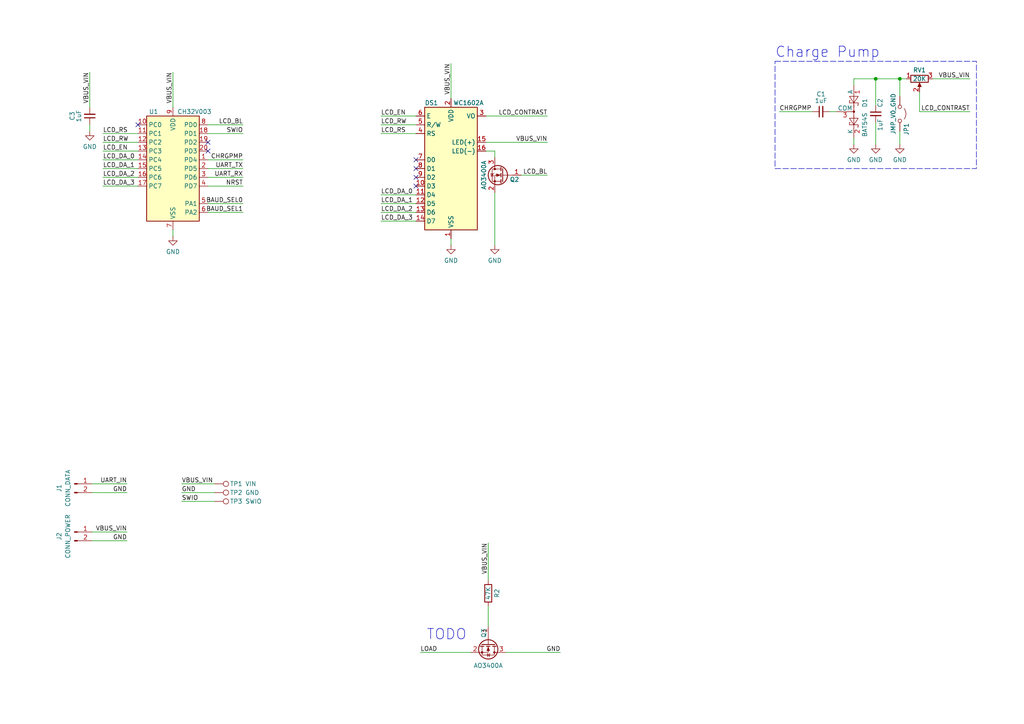
<source format=kicad_sch>
(kicad_sch (version 20231120) (generator "eeschema") (generator_version "8.0")
  (paper "A4")
  (title_block (title "UART_LCD") (date "2024-12-11") (rev "MkI") (company "ADBeta") (comment 1 "UART Enabled, Low Voltage LCD Controller using CH32V003"))
  (lib_symbols
    (symbol "Connector:Conn_01x02_Pin" (pin_names (offset 1.016) hide)
      (property "Reference" "J" (at 0 2.54 0))
      (property "Value" "Conn_01x02_Pin" (at 0 -5.08 0))
      (symbol "Conn_01x02_Pin_1_1"
        (polyline (pts (xy 1.27 -2.54) (xy 0.8636 -2.54)) (stroke (width 0.1524)))
        (polyline (pts (xy 1.27 0) (xy 0.8636 0)) (stroke (width 0.1524)))
        (rectangle (start 0.8636 -2.413) (end 0 -2.667) (stroke (width 0.1524)) (fill (type outline)))
        (rectangle (start 0.8636 0.127) (end 0 -0.127) (stroke (width 0.1524)) (fill (type outline)))
        (pin passive line (at 5.08 0 180) (length 3.81) (name "Pin_1") (number "1"))
        (pin passive line (at 5.08 -2.54 180) (length 3.81) (name "Pin_2") (number "2"))
      )
    )
    (symbol "Connector:TestPoint" (pin_numbers hide) (pin_names (offset 0.762) hide)
      (property "Reference" "TP" (at 0 6.858 0))
      (property "Value" "TestPoint" (at 0 5.08 0))
      (symbol "TestPoint_0_1"
        (circle (center 0 3.302) (radius 0.762))
      )
      (symbol "TestPoint_1_1"
        (pin passive line (at 0 0 90) (length 2.54) (name "1") (number "1"))
      )
    )
    (symbol "Device:C_Small" (pin_numbers hide) (pin_names (offset 0.254) hide)
      (property "Reference" "C" (at 0.254 1.778 0))
      (property "Value" "C_Small" (at 0.254 -2.032 0))
      (symbol "C_Small_0_1"
        (polyline (pts (xy -1.524 -0.508) (xy 1.524 -0.508)) (stroke (width 0.3302)))
        (polyline (pts (xy -1.524 0.508) (xy 1.524 0.508)) (stroke (width 0.3048)))
      )
      (symbol "C_Small_1_1"
        (pin passive line (at 0 2.54 270) (length 2.032) (name "~") (number "1"))
        (pin passive line (at 0 -2.54 90) (length 2.032) (name "~") (number "2"))
      )
    )
    (symbol "Device:R" (pin_numbers hide) (pin_names (offset 0))
      (property "Reference" "R" (at 2.032 0 90))
      (property "Value" "R" (at 0 0 90))
      (symbol "R_0_1"
        (rectangle (start -1.016 -2.54) (end 1.016 2.54) (stroke (width 0.254)))
      )
      (symbol "R_1_1"
        (pin passive line (at 0 3.81 270) (length 1.27) (name "~") (number "1"))
        (pin passive line (at 0 -3.81 90) (length 1.27) (name "~") (number "2"))
      )
    )
    (symbol "Device:R_Potentiometer" (pin_names (offset 1.016) hide)
      (property "Reference" "RV" (at -4.445 0 90))
      (property "Value" "R_Potentiometer" (at -2.54 0 90))
      (symbol "R_Potentiometer_0_1"
        (polyline (pts (xy 2.54 0) (xy 1.524 0)))
        (polyline (pts (xy 1.143 0) (xy 2.286 0.508) (xy 2.286 -0.508) (xy 1.143 0)) (fill (type outline)))
        (rectangle (start 1.016 2.54) (end -1.016 -2.54) (stroke (width 0.254)))
      )
      (symbol "R_Potentiometer_1_1"
        (pin passive line (at 0 3.81 270) (length 1.27) (name "1") (number "1"))
        (pin passive line (at 3.81 0 180) (length 1.27) (name "2") (number "2"))
        (pin passive line (at 0 -3.81 90) (length 1.27) (name "3") (number "3"))
      )
    )
    (symbol "Diode:BAT54S" (pin_names (offset 0))
      (property "Reference" "D" (at 2.54 -5.08 0))
      (property "Value" "BAT54S" (at -6.35 3.175 0))
      (symbol "BAT54S_0_1"
        (polyline (pts (xy -3.81 0) (xy -1.27 0)))
        (polyline (pts (xy -3.175 -1.27) (xy -3.175 -1.016)))
        (polyline (pts (xy -2.54 -1.27) (xy -3.175 -1.27)))
        (polyline (pts (xy -2.54 -1.27) (xy -2.54 1.27)))
        (polyline (pts (xy -2.54 1.27) (xy -1.905 1.27)))
        (polyline (pts (xy -1.905 0) (xy 1.905 0)))
        (polyline (pts (xy -1.905 1.27) (xy -1.905 1.016)))
        (polyline (pts (xy 1.27 0) (xy 3.81 0)))
        (polyline (pts (xy 3.175 -1.27) (xy 3.175 -1.016)))
        (polyline (pts (xy 3.81 -1.27) (xy 3.175 -1.27)))
        (polyline (pts (xy 3.81 -1.27) (xy 3.81 1.27)))
        (polyline (pts (xy 3.81 1.27) (xy 4.445 1.27)))
        (polyline (pts (xy 4.445 1.27) (xy 4.445 1.016)))
        (polyline (pts (xy -4.445 1.27) (xy -4.445 -1.27) (xy -2.54 0) (xy -4.445 1.27)))
        (polyline (pts (xy 1.905 1.27) (xy 1.905 -1.27) (xy 3.81 0) (xy 1.905 1.27)))
        (circle (center 0 0) (radius 0.254) (fill (type outline)))
      )
      (symbol "BAT54S_1_1"
        (pin passive line (at -7.62 0 0) (length 3.81) (name "A") (number "1"))
        (pin passive line (at 7.62 0 180) (length 3.81) (name "K") (number "2"))
        (pin passive line (at 0 -5.08 90) (length 5.08) (name "COM") (number "3"))
      )
    )
    (symbol "Display_Character:WC1602A"
      (property "Reference" "DS" (at -5.842 19.05 0))
      (property "Value" "WC1602A" (at 5.334 19.05 0))
      (symbol "WC1602A_1_1"
        (rectangle (start -7.62 17.78) (end 7.62 -17.78) (stroke (width 0.254)) (fill (type background)))
        (pin power_in line (at 0 -20.32 90) (length 2.54) (name "VSS") (number "1"))
        (pin input line (at -10.16 -5.08 0) (length 2.54) (name "D3") (number "10"))
        (pin input line (at -10.16 -7.62 0) (length 2.54) (name "D4") (number "11"))
        (pin input line (at -10.16 -10.16 0) (length 2.54) (name "D5") (number "12"))
        (pin input line (at -10.16 -12.7 0) (length 2.54) (name "D6") (number "13"))
        (pin input line (at -10.16 -15.24 0) (length 2.54) (name "D7") (number "14"))
        (pin power_in line (at 10.16 7.62 180) (length 2.54) (name "LED(+)") (number "15"))
        (pin power_in line (at 10.16 5.08 180) (length 2.54) (name "LED(-)") (number "16"))
        (pin power_in line (at 0 20.32 270) (length 2.54) (name "VDD") (number "2"))
        (pin input line (at 10.16 15.24 180) (length 2.54) (name "VO") (number "3"))
        (pin input line (at -10.16 10.16 0) (length 2.54) (name "RS") (number "4"))
        (pin input line (at -10.16 12.7 0) (length 2.54) (name "R/W") (number "5"))
        (pin input line (at -10.16 15.24 0) (length 2.54) (name "E") (number "6"))
        (pin input line (at -10.16 2.54 0) (length 2.54) (name "D0") (number "7"))
        (pin input line (at -10.16 0 0) (length 2.54) (name "D1") (number "8"))
        (pin input line (at -10.16 -2.54 0) (length 2.54) (name "D2") (number "9"))
      )
    )
    (symbol "Jumper:Jumper_2_Open" (pin_numbers hide) (pin_names (offset 0) hide) (exclude_from_sim yes)
      (property "Reference" "JP" (at 0 2.794 0))
      (property "Value" "Jumper_2_Open" (at 0 -2.286 0))
      (symbol "Jumper_2_Open_0_0"
        (circle (center -2.032 0) (radius 0.508))
        (circle (center 2.032 0) (radius 0.508))
      )
      (symbol "Jumper_2_Open_0_1"
        (arc (start 1.524 1.27) (mid 0 1.778) (end -1.524 1.27))
      )
      (symbol "Jumper_2_Open_1_1"
        (pin passive line (at -5.08 0 0) (length 2.54) (name "A") (number "1"))
        (pin passive line (at 5.08 0 180) (length 2.54) (name "B") (number "2"))
      )
    )
    (symbol "MCU_WCH_CH32V0:CH32V003FxPx"
      (property "Reference" "U" (at -7.62 17.78 0))
      (property "Value" "CH32V003FxPx" (at 7.62 17.78 0))
      (symbol "CH32V003FxPx_1_1"
        (rectangle (start -7.62 15.24) (end 7.62 -15.24) (stroke (width 0.254)) (fill (type background)))
        (pin bidirectional line (at 10.16 2.54 180) (length 2.54) (name "PD4") (number "1"))
        (pin bidirectional line (at -10.16 12.7 0) (length 2.54) (name "PC0") (number "10"))
        (pin bidirectional line (at -10.16 10.16 0) (length 2.54) (name "PC1") (number "11"))
        (pin bidirectional line (at -10.16 7.62 0) (length 2.54) (name "PC2") (number "12"))
        (pin bidirectional line (at -10.16 5.08 0) (length 2.54) (name "PC3") (number "13"))
        (pin bidirectional line (at -10.16 2.54 0) (length 2.54) (name "PC4") (number "14"))
        (pin bidirectional line (at -10.16 0 0) (length 2.54) (name "PC5") (number "15"))
        (pin bidirectional line (at -10.16 -2.54 0) (length 2.54) (name "PC6") (number "16"))
        (pin bidirectional line (at -10.16 -5.08 0) (length 2.54) (name "PC7") (number "17"))
        (pin bidirectional line (at 10.16 10.16 180) (length 2.54) (name "PD1") (number "18"))
        (pin bidirectional line (at 10.16 7.62 180) (length 2.54) (name "PD2") (number "19"))
        (pin bidirectional line (at 10.16 0 180) (length 2.54) (name "PD5") (number "2"))
        (pin bidirectional line (at 10.16 5.08 180) (length 2.54) (name "PD3") (number "20"))
        (pin bidirectional line (at 10.16 -2.54 180) (length 2.54) (name "PD6") (number "3"))
        (pin bidirectional line (at 10.16 -5.08 180) (length 2.54) (name "PD7") (number "4"))
        (pin bidirectional line (at 10.16 -10.16 180) (length 2.54) (name "PA1") (number "5"))
        (pin bidirectional line (at 10.16 -12.7 180) (length 2.54) (name "PA2") (number "6"))
        (pin power_in line (at 0 -17.78 90) (length 2.54) (name "VSS") (number "7"))
        (pin bidirectional line (at 10.16 12.7 180) (length 2.54) (name "PD0") (number "8"))
        (pin power_in line (at 0 17.78 270) (length 2.54) (name "VDD") (number "9"))
      )
    )
    (symbol "Transistor_FET:AO3400A" (pin_names hide)
      (property "Reference" "Q" (at 5.08 1.905 0))
      (property "Value" "AO3400A" (at 5.08 0 0))
      (symbol "AO3400A_0_1"
        (polyline (pts (xy 0.254 0) (xy -2.54 0)))
        (polyline (pts (xy 0.254 1.905) (xy 0.254 -1.905)) (stroke (width 0.254)))
        (polyline (pts (xy 0.762 -1.27) (xy 0.762 -2.286)) (stroke (width 0.254)))
        (polyline (pts (xy 0.762 0.508) (xy 0.762 -0.508)) (stroke (width 0.254)))
        (polyline (pts (xy 0.762 2.286) (xy 0.762 1.27)) (stroke (width 0.254)))
        (polyline (pts (xy 2.54 2.54) (xy 2.54 1.778)))
        (polyline (pts (xy 2.54 -2.54) (xy 2.54 0) (xy 0.762 0)))
        (polyline (pts (xy 0.762 -1.778) (xy 3.302 -1.778) (xy 3.302 1.778) (xy 0.762 1.778)))
        (polyline (pts (xy 1.016 0) (xy 2.032 0.381) (xy 2.032 -0.381) (xy 1.016 0)) (fill (type outline)))
        (polyline (pts (xy 2.794 0.508) (xy 2.921 0.381) (xy 3.683 0.381) (xy 3.81 0.254)))
        (polyline (pts (xy 3.302 0.381) (xy 2.921 -0.254) (xy 3.683 -0.254) (xy 3.302 0.381)))
        (circle (center 1.651 0) (radius 2.794) (stroke (width 0.254)))
        (circle (center 2.54 -1.778) (radius 0.254) (fill (type outline)))
        (circle (center 2.54 1.778) (radius 0.254) (fill (type outline)))
      )
      (symbol "AO3400A_1_1"
        (pin input line (at -5.08 0 0) (length 2.54) (name "G") (number "1"))
        (pin passive line (at 2.54 -5.08 90) (length 2.54) (name "S") (number "2"))
        (pin passive line (at 2.54 5.08 270) (length 2.54) (name "D") (number "3"))
      )
    )
    (symbol "power:GND" (power) (pin_numbers hide) (pin_names (offset 0) hide)
      (property "Value" "GND" (at 0 -3.81 0))
      (symbol "GND_0_1"
        (polyline (pts (xy 0 0) (xy 0 -1.27) (xy 1.27 -1.27) (xy 0 -2.54) (xy -1.27 -1.27) (xy 0 -1.27)))
      )
      (symbol "GND_1_1"
        (pin power_in line (at 0 0 270) (length 0) (name "~") (number "1"))
      )
    )
  )
  (junction (at 254 22.86))
  (junction (at 260.985 22.86))
  (no_connect (at 60.325 41.275))
  (no_connect (at 120.65 53.975))
  (no_connect (at 120.65 46.355))
  (no_connect (at 120.65 51.435))
  (no_connect (at 40.005 36.195))
  (no_connect (at 120.65 48.895))
  (no_connect (at 60.325 43.815))
  (wire (pts (xy 254 22.86) (xy 254 30.48)))
  (wire (pts (xy 50.165 66.675) (xy 50.165 68.58)))
  (wire (pts (xy 266.7 32.385) (xy 281.305 32.385)))
  (wire (pts (xy 60.325 46.355) (xy 70.485 46.355)))
  (wire (pts (xy 141.605 157.48) (xy 141.605 168.275)))
  (wire (pts (xy 60.325 36.195) (xy 70.485 36.195)))
  (wire (pts (xy 141.605 175.895) (xy 141.605 181.61)))
  (wire (pts (xy 29.845 41.275) (xy 40.005 41.275)))
  (wire (pts (xy 140.97 43.815) (xy 143.51 43.815)))
  (wire (pts (xy 26.67 142.875) (xy 36.83 142.875)))
  (wire (pts (xy 29.845 51.435) (xy 40.005 51.435)))
  (wire (pts (xy 60.325 53.975) (xy 70.485 53.975)))
  (wire (pts (xy 226.06 32.385) (xy 235.585 32.385)))
  (wire (pts (xy 260.985 22.86) (xy 260.985 27.94)))
  (wire (pts (xy 110.49 61.595) (xy 120.65 61.595)))
  (wire (pts (xy 266.7 26.67) (xy 266.7 32.385)))
  (wire (pts (xy 151.13 50.8) (xy 158.75 50.8)))
  (wire (pts (xy 110.49 56.515) (xy 120.65 56.515)))
  (wire (pts (xy 52.705 140.335) (xy 62.23 140.335)))
  (wire (pts (xy 60.325 61.595) (xy 70.485 61.595)))
  (wire (pts (xy 121.92 189.23) (xy 136.525 189.23)))
  (wire (pts (xy 29.845 53.975) (xy 40.005 53.975)))
  (wire (pts (xy 29.845 43.815) (xy 40.005 43.815)))
  (wire (pts (xy 247.65 40.005) (xy 247.65 41.91)))
  (wire (pts (xy 29.845 46.355) (xy 40.005 46.355)))
  (wire (pts (xy 110.49 59.055) (xy 120.65 59.055)))
  (wire (pts (xy 110.49 38.735) (xy 120.65 38.735)))
  (wire (pts (xy 50.165 20.955) (xy 50.165 31.115)))
  (wire (pts (xy 146.685 189.23) (xy 162.56 189.23)))
  (wire (pts (xy 143.51 55.88) (xy 143.51 71.12)))
  (wire (pts (xy 143.51 43.815) (xy 143.51 45.72)))
  (wire (pts (xy 60.325 48.895) (xy 70.485 48.895)))
  (wire (pts (xy 260.985 22.86) (xy 262.89 22.86)))
  (wire (pts (xy 281.305 22.86) (xy 270.51 22.86)))
  (wire (pts (xy 130.81 18.415) (xy 130.81 28.575)))
  (wire (pts (xy 130.81 69.215) (xy 130.81 71.12)))
  (wire (pts (xy 140.97 33.655) (xy 158.75 33.655)))
  (wire (pts (xy 26.67 140.335) (xy 36.83 140.335)))
  (wire (pts (xy 29.845 48.895) (xy 40.005 48.895)))
  (wire (pts (xy 52.705 145.415) (xy 62.23 145.415)))
  (wire (pts (xy 110.49 36.195) (xy 120.65 36.195)))
  (wire (pts (xy 140.97 41.275) (xy 158.75 41.275)))
  (wire (pts (xy 26.67 154.305) (xy 36.83 154.305)))
  (wire (pts (xy 29.845 38.735) (xy 40.005 38.735)))
  (wire (pts (xy 26.035 20.955) (xy 26.035 31.115)))
  (wire (pts (xy 26.035 36.195) (xy 26.035 38.1)))
  (wire (pts (xy 254 22.86) (xy 260.985 22.86)))
  (wire (pts (xy 60.325 38.735) (xy 70.485 38.735)))
  (wire (pts (xy 52.705 142.875) (xy 62.23 142.875)))
  (wire (pts (xy 247.65 22.86) (xy 254 22.86)))
  (wire (pts (xy 240.665 32.385) (xy 242.57 32.385)))
  (wire (pts (xy 110.49 64.135) (xy 120.65 64.135)))
  (wire (pts (xy 110.49 33.655) (xy 120.65 33.655)))
  (wire (pts (xy 60.325 51.435) (xy 70.485 51.435)))
  (wire (pts (xy 26.67 156.845) (xy 36.83 156.845)))
  (wire (pts (xy 260.985 38.1) (xy 260.985 41.91)))
  (wire (pts (xy 254 35.56) (xy 254 41.91)))
  (wire (pts (xy 60.325 59.055) (xy 70.485 59.055)))
  (wire (pts (xy 247.65 22.86) (xy 247.65 24.765)))
  (rectangle (start 224.79 17.78) (end 283.21 48.895) (stroke (width 0) (type dash)))
  (text "TODO" (at 129.54 184.15 0) (effects (font (size 3 3))))
  (text "Charge Pump" (at 224.79 15.24 0) (effects (font (size 3 3)) (justify left)))
  (label "LCD_DA_3" (at 29.845 53.975 0))
  (label "VBUS_VIN" (at 130.81 18.415 270))
  (label "SWIO" (at 52.705 145.415 0))
  (label "LCD_EN" (at 29.845 43.815 0))
  (label "VBUS_VIN" (at 281.305 22.86 180))
  (label "GND" (at 36.83 156.845 180))
  (label "VBUS_VIN" (at 158.75 41.275 180))
  (label "LCD_RS" (at 29.845 38.735 0))
  (label "BAUD_SEL1" (at 70.485 61.595 180))
  (label "LCD_DA_1" (at 29.845 48.895 0))
  (label "LCD_EN" (at 110.49 33.655 0))
  (label "NRST" (at 70.485 53.975 180))
  (label "LCD_DA_0" (at 29.845 46.355 0))
  (label "UART_RX" (at 70.485 51.435 180))
  (label "VBUS_VIN" (at 50.165 20.955 270))
  (label "VBUS_VIN" (at 52.705 140.335 0))
  (label "UART_IN" (at 36.83 140.335 180))
  (label "LOAD" (at 121.92 189.23 0))
  (label "LCD_CONTRAST" (at 281.305 32.385 180))
  (label "VBUS_VIN" (at 141.605 157.48 270))
  (label "UART_TX" (at 70.485 48.895 180))
  (label "LCD_BL" (at 158.75 50.8 180))
  (label "LCD_DA_0" (at 110.49 56.515 0))
  (label "GND" (at 36.83 142.875 180))
  (label "LCD_DA_3" (at 110.49 64.135 0))
  (label "LCD_DA_2" (at 29.845 51.435 0))
  (label "LCD_RS" (at 110.49 38.735 0))
  (label "VBUS_VIN" (at 26.035 20.955 270))
  (label "GND" (at 162.56 189.23 180))
  (label "LCD_CONTRAST" (at 158.75 33.655 180))
  (label "LCD_BL" (at 70.485 36.195 180))
  (label "LCD_DA_2" (at 110.49 61.595 0))
  (label "SWIO" (at 70.485 38.735 180))
  (label "VBUS_VIN" (at 36.83 154.305 180))
  (label "GND" (at 52.705 142.875 0))
  (label "BAUD_SEL0" (at 70.485 59.055 180))
  (label "LCD_DA_1" (at 110.49 59.055 0))
  (label "CHRGPMP" (at 226.06 32.385 0))
  (label "LCD_RW" (at 29.845 41.275 0))
  (label "LCD_RW" (at 110.49 36.195 0))
  (label "CHRGPMP" (at 70.485 46.355 180))
  (symbol (lib_id "MCU_WCH_CH32V0:CH32V003FxPx") (at 50.165 48.895 0) (unit 1)
    (property "Reference" "U1" (at 43.18 32.385 0) (effects (justify left)))
    (property "Value" "CH32V003" (at 51.435 32.385 0) (effects (justify left)))
    (property "Footprint" "Package_SO:TSSOP-20_4.4x6.5mm_P0.65mm" (effects (hide yes)))
    (property "Datasheet" "https://www.wch-ic.com/products/CH32V003.html" (effects (hide yes)))
    (property "Description" "CH32V003 series are industrial-grade general-purpose microcontrollers designed based on 32-bit RISC-V instruction set and architecture. It adopts QingKe V2A core, RV32EC instruction set, and supports 2 levels of interrupt nesting. The series are mounted with rich peripheral interfaces and function modules. Its internal organizational structure meets the low-cost and low-power embedded application scenarios." (effects (hide yes)))
  )
  (symbol (lib_id "Connector:TestPoint") (at 62.23 145.415 270) (unit 1)
    (property "Reference" "TP3" (at 66.675 145.415 90) (effects (justify left)))
    (property "Value" "SWIO" (at 71.12 145.415 90) (effects (justify left)))
    (property "Footprint" "TestPoint:TestPoint_Pad_D1.0mm" (effects (hide yes)))
    (property "Description" "test point" (effects (hide yes)))
  )
  (symbol (lib_id "power:GND") (at 254 41.91 0) (unit 1)
    (property "Reference" "#PWR07" (effects (hide yes)))
    (property "Value" "GND" (at 254 46.355 0))
    (property "Description" "Power symbol creates a global label with name \"GND\" , ground" (effects (hide yes)))
  )
  (symbol (lib_id "power:GND") (at 130.81 71.12 0) (unit 1)
    (property "Reference" "#PWR01" (effects (hide yes)))
    (property "Value" "GND" (at 130.81 75.565 0))
    (property "Description" "Power symbol creates a global label with name \"GND\" , ground" (effects (hide yes)))
  )
  (symbol (lib_id "Jumper:Jumper_2_Open") (at 260.985 33.02 270) (mirror x) (unit 1) (exclude_from_sim yes)
    (property "Reference" "JP1" (at 262.89 37.465 0))
    (property "Value" "JMP_V0_GND" (at 259.08 33.02 0))
    (property "Footprint" "Jumper:SolderJumper-2_P1.3mm_Open_RoundedPad1.0x1.5mm" (effects (hide yes)))
    (property "Description" "Jumper, 2-pole, open" (effects (hide yes)))
  )
  (symbol (lib_id "power:GND") (at 247.65 41.91 0) (unit 1)
    (property "Reference" "#PWR06" (effects (hide yes)))
    (property "Value" "GND" (at 247.65 46.355 0))
    (property "Description" "Power symbol creates a global label with name \"GND\" , ground" (effects (hide yes)))
  )
  (symbol (lib_id "Connector:TestPoint") (at 62.23 142.875 270) (unit 1)
    (property "Reference" "TP2" (at 66.675 142.875 90) (effects (justify left)))
    (property "Value" "GND" (at 71.12 142.875 90) (effects (justify left)))
    (property "Footprint" "TestPoint:TestPoint_Pad_D1.0mm" (effects (hide yes)))
    (property "Description" "test point" (effects (hide yes)))
  )
  (symbol (lib_id "Device:C_Small") (at 26.035 33.655 180) (unit 1)
    (property "Reference" "C3" (at 20.955 33.655 90))
    (property "Value" "1uF" (at 22.86 33.655 90))
    (property "Footprint" "Capacitor_SMD:C_0805_2012Metric" (effects (hide yes)))
    (property "Description" "Unpolarized capacitor, small symbol" (effects (hide yes)))
  )
  (symbol (lib_id "Transistor_FET:AO3400A") (at 146.05 50.8 0) (mirror y) (unit 1)
    (property "Reference" "Q2" (at 149.225 52.07 0))
    (property "Value" "AO3400A" (at 140.335 50.8 90))
    (property "Footprint" "Package_TO_SOT_SMD:SOT-23" (effects (hide yes)))
    (property "Datasheet" "http://www.aosmd.com/pdfs/datasheet/AO3400A.pdf" (effects (hide yes)))
    (property "Description" "30V Vds, 5.7A Id, N-Channel MOSFET, SOT-23" (effects (hide yes)))
  )
  (symbol (lib_id "power:GND") (at 260.985 41.91 0) (unit 1)
    (property "Reference" "#PWR05" (effects (hide yes)))
    (property "Value" "GND" (at 260.985 46.355 0))
    (property "Description" "Power symbol creates a global label with name \"GND\" , ground" (effects (hide yes)))
  )
  (symbol (lib_id "Transistor_FET:AO3400A") (at 141.605 186.69 270) (unit 1)
    (property "Reference" "Q3" (at 140.335 182.245 0) (effects (justify left)))
    (property "Value" "AO3400A" (at 141.605 193.04 90))
    (property "Footprint" "Package_TO_SOT_SMD:SOT-23" (effects (hide yes)))
    (property "Datasheet" "http://www.aosmd.com/pdfs/datasheet/AO3400A.pdf" (effects (hide yes)))
    (property "Description" "30V Vds, 5.7A Id, N-Channel MOSFET, SOT-23" (effects (hide yes)))
  )
  (symbol (lib_id "Connector:Conn_01x02_Pin") (at 21.59 140.335 0) (unit 1)
    (property "Reference" "J1" (at 17.145 141.605 90))
    (property "Value" "CONN_DATA" (at 19.685 141.605 90))
    (property "Footprint" "Connector_PinHeader_2.54mm:PinHeader_1x02_P2.54mm_Vertical" (effects (hide yes)))
    (property "Description" "Generic connector, single row, 01x02, script generated" (effects (hide yes)))
  )
  (symbol (lib_id "Connector:Conn_01x02_Pin") (at 21.59 154.305 0) (unit 1)
    (property "Reference" "J2" (at 17.145 155.575 90))
    (property "Value" "CONN_POWER" (at 19.685 155.575 90))
    (property "Footprint" "Connector_PinHeader_2.54mm:PinHeader_1x02_P2.54mm_Vertical" (effects (hide yes)))
    (property "Description" "Generic connector, single row, 01x02, script generated" (effects (hide yes)))
  )
  (symbol (lib_id "Diode:BAT54S") (at 247.65 32.385 270) (unit 1)
    (property "Reference" "D1" (at 250.825 29.845 0))
    (property "Value" "BAT54S" (at 250.825 36.195 0))
    (property "Footprint" "Package_TO_SOT_SMD:SOT-23" (effects (hide yes)))
    (property "Datasheet" "https://www.diodes.com/assets/Datasheets/ds11005.pdf" (effects (hide yes)))
    (property "Description" "Vr 30V, If 200mA, Dual schottky barrier diode, in series, SOT-323" (effects (hide yes)))
  )
  (symbol (lib_id "Connector:TestPoint") (at 62.23 140.335 270) (unit 1)
    (property "Reference" "TP1" (at 66.675 140.335 90) (effects (justify left)))
    (property "Value" "VIN" (at 71.12 140.335 90) (effects (justify left)))
    (property "Footprint" "TestPoint:TestPoint_Pad_D1.0mm" (effects (hide yes)))
    (property "Description" "test point" (effects (hide yes)))
  )
  (symbol (lib_id "Device:R_Potentiometer") (at 266.7 22.86 90) (mirror x) (unit 1)
    (property "Reference" "RV1" (at 266.7 20.32 90))
    (property "Value" "20K" (at 266.7 22.86 90))
    (property "Footprint" "Potentiometer_THT:Potentiometer_Bourns_3339P_Vertical" (effects (hide yes)))
    (property "Description" "Potentiometer" (effects (hide yes)))
  )
  (symbol (lib_id "power:GND") (at 143.51 71.12 0) (unit 1)
    (property "Reference" "#PWR03" (effects (hide yes)))
    (property "Value" "GND" (at 143.51 75.565 0))
    (property "Description" "Power symbol creates a global label with name \"GND\" , ground" (effects (hide yes)))
  )
  (symbol (lib_id "Display_Character:WC1602A") (at 130.81 48.895 0) (unit 1)
    (property "Reference" "DS1" (at 123.19 29.845 0) (effects (justify left)))
    (property "Value" "WC1602A" (at 131.445 29.845 0) (effects (justify left)))
    (property "Footprint" "Display:WC1602A" (effects (hide yes)))
    (property "Datasheet" "http://www.wincomlcd.com/pdf/WC1602A-SFYLYHTC06.pdf" (effects (hide yes)))
    (property "Description" "LCD 16x2 Alphanumeric , 8 bit parallel bus, 5V VDD" (effects (hide yes)))
  )
  (symbol (lib_id "Device:C_Small") (at 238.125 32.385 90) (unit 1)
    (property "Reference" "C1" (at 238.125 27.305 90))
    (property "Value" "1uF" (at 238.125 29.21 90))
    (property "Footprint" "Capacitor_SMD:C_0805_2012Metric" (effects (hide yes)))
    (property "Description" "Unpolarized capacitor, small symbol" (effects (hide yes)))
  )
  (symbol (lib_id "power:GND") (at 50.165 68.58 0) (unit 1)
    (property "Reference" "#PWR02" (effects (hide yes)))
    (property "Value" "GND" (at 50.165 73.025 0))
    (property "Description" "Power symbol creates a global label with name \"GND\" , ground" (effects (hide yes)))
  )
  (symbol (lib_id "Device:R") (at 141.605 172.085 0) (unit 1)
    (property "Reference" "R2" (at 144.145 172.085 90))
    (property "Value" "47K" (at 141.605 172.085 90))
    (property "Footprint" "Resistor_SMD:R_0805_2012Metric" (effects (hide yes)))
    (property "Description" "Resistor" (effects (hide yes)))
  )
  (symbol (lib_id "Device:C_Small") (at 254 33.02 0) (unit 1)
    (property "Reference" "C2" (at 255.27 29.845 90))
    (property "Value" "1uF" (at 255.27 36.195 90))
    (property "Footprint" "Capacitor_SMD:C_0805_2012Metric" (effects (hide yes)))
    (property "Description" "Unpolarized capacitor, small symbol" (effects (hide yes)))
  )
  (symbol (lib_id "power:GND") (at 26.035 38.1 0) (unit 1)
    (property "Reference" "#PWR08" (effects (hide yes)))
    (property "Value" "GND" (at 26.035 42.545 0))
    (property "Description" "Power symbol creates a global label with name \"GND\" , ground" (effects (hide yes)))
  )
)
</source>
